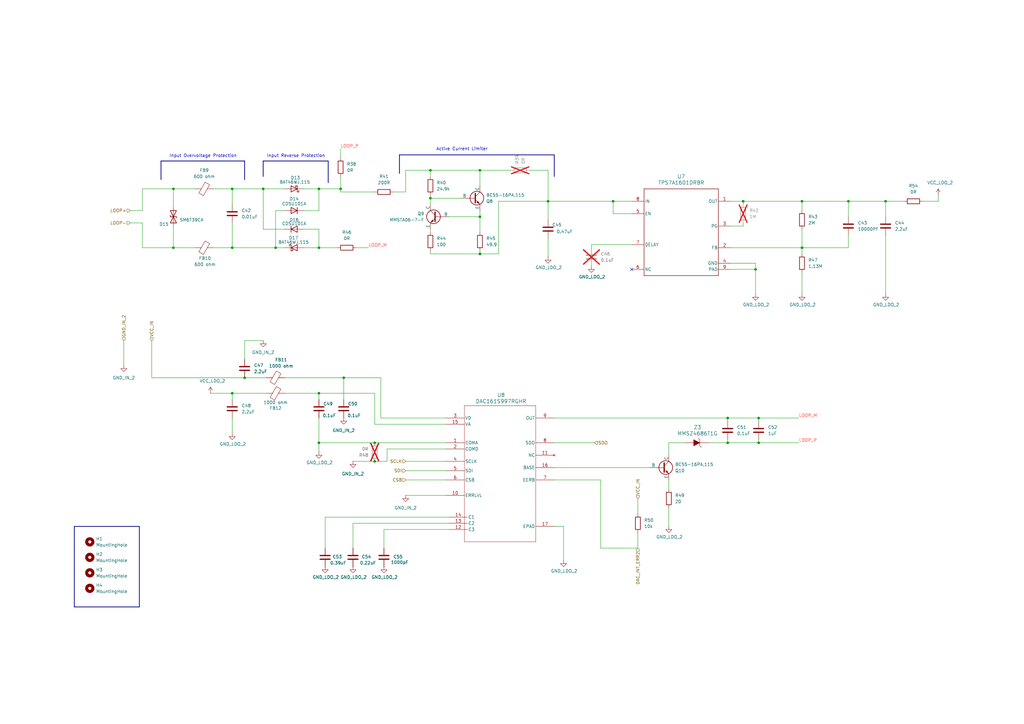
<source format=kicad_sch>
(kicad_sch (version 20231120) (generator "eeschema") (generator_version "8.0")
  (paper "A3")
  (lib_symbols
    (symbol "Device:C" (pin_numbers hide) (pin_names (offset 0.254))
      (property "Reference" "C" (at 0.635 2.54 0))
      (property "Value" "C" (at 0.635 -2.54 0))
      (symbol "C_0_1"
        (polyline (pts (xy -2.032 -0.762) (xy 2.032 -0.762)) (stroke (width 0.508)))
        (polyline (pts (xy -2.032 0.762) (xy 2.032 0.762)) (stroke (width 0.508)))
      )
      (symbol "C_1_1"
        (pin passive line (at 0 3.81 270) (length 2.794) (name "~") (number "1"))
        (pin passive line (at 0 -3.81 90) (length 2.794) (name "~") (number "2"))
      )
    )
    (symbol "Device:FerriteBead" (pin_numbers hide) (pin_names (offset 0))
      (property "Reference" "FB" (at -3.81 0.635 90))
      (property "Value" "FerriteBead" (at 3.81 0 90))
      (symbol "FerriteBead_0_1"
        (polyline (pts (xy 0 -1.27) (xy 0 -1.2192)))
        (polyline (pts (xy 0 1.27) (xy 0 1.2954)))
        (polyline (pts (xy -2.7686 0.4064) (xy -1.7018 2.2606) (xy 2.7686 -0.3048) (xy 1.6764 -2.159) (xy -2.7686 0.4064)))
      )
      (symbol "FerriteBead_1_1"
        (pin passive line (at 0 3.81 270) (length 2.54) (name "~") (number "1"))
        (pin passive line (at 0 -3.81 90) (length 2.54) (name "~") (number "2"))
      )
    )
    (symbol "Device:R" (pin_numbers hide) (pin_names (offset 0))
      (property "Reference" "R" (at 2.032 0 90))
      (property "Value" "R" (at 0 0 90))
      (symbol "R_0_1"
        (rectangle (start -1.016 -2.54) (end 1.016 2.54) (stroke (width 0.254)))
      )
      (symbol "R_1_1"
        (pin passive line (at 0 3.81 270) (length 1.27) (name "~") (number "1"))
        (pin passive line (at 0 -3.81 90) (length 1.27) (name "~") (number "2"))
      )
    )
    (symbol "Diode:1N630xCA" (pin_numbers hide) (pin_names (offset 1.016) hide)
      (property "Reference" "D" (at 0 2.54 0))
      (property "Value" "1N630xCA" (at 0 -2.54 0))
      (symbol "1N630xCA_0_1"
        (polyline (pts (xy 1.27 0) (xy -1.27 0)))
        (polyline (pts (xy -2.54 -1.27) (xy 0 0) (xy -2.54 1.27) (xy -2.54 -1.27)) (stroke (width 0.254)))
        (polyline (pts (xy 0.508 1.27) (xy 0 1.27) (xy 0 -1.27) (xy -0.508 -1.27)) (stroke (width 0.254)))
        (polyline (pts (xy 2.54 1.27) (xy 2.54 -1.27) (xy 0 0) (xy 2.54 1.27)) (stroke (width 0.254)))
      )
      (symbol "1N630xCA_1_1"
        (pin passive line (at -3.81 0 0) (length 2.54) (name "A1") (number "1"))
        (pin passive line (at 3.81 0 180) (length 2.54) (name "A2") (number "2"))
      )
    )
    (symbol "Diode:S2JTR" (pin_numbers hide) (pin_names hide)
      (property "Reference" "D" (at 0 2.54 0))
      (property "Value" "S2JTR" (at 0 -2.54 0))
      (symbol "S2JTR_0_1"
        (polyline (pts (xy -1.27 1.27) (xy -1.27 -1.27)) (stroke (width 0.254)))
        (polyline (pts (xy 1.27 0) (xy -1.27 0)))
        (polyline (pts (xy 1.27 1.27) (xy 1.27 -1.27) (xy -1.27 0) (xy 1.27 1.27)) (stroke (width 0.254)))
      )
      (symbol "S2JTR_1_1"
        (pin passive line (at -3.81 0 0) (length 2.54) (name "K") (number "1"))
        (pin passive line (at 3.81 0 180) (length 2.54) (name "A") (number "2"))
      )
    )
    (symbol "Diode:SB120" (pin_numbers hide) (pin_names (offset 1.016) hide)
      (property "Reference" "D" (at 0 2.54 0))
      (property "Value" "SB120" (at 0 -2.54 0))
      (symbol "SB120_0_1"
        (polyline (pts (xy 1.27 0) (xy -1.27 0)))
        (polyline (pts (xy 1.27 1.27) (xy 1.27 -1.27) (xy -1.27 0) (xy 1.27 1.27)) (stroke (width 0.254)))
        (polyline (pts (xy -1.905 0.635) (xy -1.905 1.27) (xy -1.27 1.27) (xy -1.27 -1.27) (xy -0.635 -1.27) (xy -0.635 -0.635)) (stroke (width 0.254)))
      )
      (symbol "SB120_1_1"
        (pin passive line (at -3.81 0 0) (length 2.54) (name "K") (number "1"))
        (pin passive line (at 3.81 0 180) (length 2.54) (name "A") (number "2"))
      )
    )
    (symbol "Mechanical:MountingHole" (pin_names (offset 1.016)) (exclude_from_sim yes) (in_bom no)
      (property "Reference" "H" (at 0 5.08 0))
      (property "Value" "MountingHole" (at 0 3.175 0))
      (symbol "MountingHole_0_1"
        (circle (center 0 0) (radius 1.27) (stroke (width 1.27)))
      )
    )
    (symbol "Simulation_SPICE:NPN" (pin_numbers hide) (pin_names (offset 0))
      (property "Reference" "Q" (at -2.54 7.62 0))
      (property "Value" "NPN" (at -2.54 5.08 0))
      (symbol "NPN_0_1"
        (polyline (pts (xy -2.54 0) (xy 0.635 0)) (stroke (width 0.1524)))
        (polyline (pts (xy 0.635 0.635) (xy 2.54 2.54)))
        (polyline (pts (xy 2.794 -1.27) (xy 2.794 -1.27)) (stroke (width 0.1524)))
        (polyline (pts (xy 2.794 -1.27) (xy 2.794 -1.27)) (stroke (width 0.1524)))
        (polyline (pts (xy 0.635 -0.635) (xy 2.54 -2.54) (xy 2.54 -2.54)))
        (polyline (pts (xy 0.635 1.905) (xy 0.635 -1.905) (xy 0.635 -1.905)) (stroke (width 0.508)))
        (polyline (pts (xy 1.27 -1.778) (xy 1.778 -1.27) (xy 2.286 -2.286) (xy 1.27 -1.778) (xy 1.27 -1.778)) (fill (type outline)))
        (circle (center 1.27 0) (radius 2.8194) (stroke (width 0.254)))
      )
      (symbol "NPN_1_1"
        (pin open_collector line (at 2.54 5.08 270) (length 2.54) (name "C") (number "1"))
        (pin input line (at -5.08 0 0) (length 2.54) (name "B") (number "2"))
        (pin open_emitter line (at 2.54 -5.08 90) (length 2.54) (name "E") (number "3"))
      )
    )
    (symbol "TSP7A1601DRBR:TPS7A1601DRBR" (pin_names (offset 0.254))
      (property "Reference" "U2" (at 0 22.86 0))
      (property "Value" "TPS7A1601DRBR" (at 0 20.32 0))
      (symbol "TPS7A1601DRBR_0_1"
        (polyline (pts (xy -15.24 -17.78) (xy 15.24 -17.78)) (stroke (width 0.2032)))
        (polyline (pts (xy -15.24 17.78) (xy -15.24 -17.78)) (stroke (width 0.2032)))
        (polyline (pts (xy 15.24 -17.78) (xy 15.24 17.78)) (stroke (width 0.2032)))
        (polyline (pts (xy 15.24 17.78) (xy -15.24 17.78)) (stroke (width 0.2032)))
        (pin power_in line (at 20.32 12.7 180) (length 5.08) (name "OUT") (number "1"))
        (pin input line (at 20.32 -6.35 180) (length 5.08) (name "FB") (number "2"))
        (pin open_collector line (at 20.32 2.54 180) (length 5.08) (name "PG") (number "3"))
        (pin power_in line (at 20.32 -12.7 180) (length 5.08) (name "GND") (number "4"))
        (pin input line (at -20.32 7.62 0) (length 5.08) (name "EN") (number "5"))
        (pin unspecified line (at -20.32 -15.24 0) (length 5.08) (name "NC") (number "6"))
        (pin output line (at -20.32 -5.08 0) (length 5.08) (name "DELAY") (number "7"))
        (pin power_in line (at -20.32 12.7 0) (length 5.08) (name "IN") (number "8"))
        (pin unspecified line (at 20.32 -15.24 180) (length 5.08) (name "PAD") (number "9"))
      )
    )
    (symbol "dac161s997rghr:DAC161S997RGHR" (pin_names (offset 0.254))
      (property "Reference" "U1" (at 33.02 10.16 0))
      (property "Value" "DAC161S997RGHR" (at 33.02 7.62 0))
      (symbol "DAC161S997RGHR_0_1"
        (polyline (pts (xy 7.62 -50.8) (xy 36.83 -50.8)) (stroke (width 0.127)))
        (polyline (pts (xy 7.62 5.08) (xy 7.62 -50.8)) (stroke (width 0.127)))
        (polyline (pts (xy 36.83 -50.8) (xy 36.83 5.08)) (stroke (width 0.127)))
        (polyline (pts (xy 36.83 5.08) (xy 7.62 5.08)) (stroke (width 0.127)))
        (pin power_in line (at 0 -10.16 0) (length 7.62) (name "COMA") (number "1"))
        (pin input line (at 0 -31.75 0) (length 7.62) (name "ERRLVL") (number "10"))
        (pin no_connect line (at 44.45 -15.24 180) (length 7.62) (name "NC") (number "11"))
        (pin unspecified line (at 1.27 -45.72 0) (length 7.62) (name "C3") (number "12"))
        (pin unspecified line (at 1.27 -43.18 0) (length 7.62) (name "C2") (number "13"))
        (pin unspecified line (at 1.27 -40.64 0) (length 7.62) (name "C1") (number "14"))
        (pin power_in line (at 0 -2.54 0) (length 7.62) (name "VA") (number "15"))
        (pin unspecified line (at 44.45 -20.32 180) (length 7.62) (name "BASE") (number "16"))
        (pin unspecified line (at 44.45 -44.45 180) (length 7.62) (name "EPAD") (number "17"))
        (pin power_in line (at 0 -12.7 0) (length 7.62) (name "COMD") (number "2"))
        (pin power_in line (at 0 0 0) (length 7.62) (name "VD") (number "3"))
        (pin input line (at 0 -17.78 0) (length 7.62) (name "SCLK") (number "4"))
        (pin input line (at 0 -21.59 0) (length 7.62) (name "SDI") (number "5"))
        (pin input line (at 0 -25.4 0) (length 7.62) (name "CSB") (number "6"))
        (pin output line (at 44.45 -25.4 180) (length 7.62) (name "EERB") (number "7"))
        (pin output line (at 44.45 -10.16 180) (length 7.62) (name "SDO") (number "8"))
        (pin output line (at 44.45 0 180) (length 7.62) (name "OUT") (number "9"))
      )
    )
    (symbol "dk_Diodes-Zener-Single:MMSZ5231B-7-F" (pin_numbers hide) (pin_names (offset 0) hide)
      (property "Reference" "Z" (at 0 3.81 0))
      (property "Value" "MMSZ5231B-7-F" (at 0 -3.81 0))
      (symbol "MMSZ5231B-7-F_0_1"
        (polyline (pts (xy 1.27 -1.27) (xy 1.905 -1.905)))
        (polyline (pts (xy 1.27 1.27) (xy 0.635 1.905)))
        (polyline (pts (xy 1.27 1.27) (xy 1.27 -1.27)))
        (polyline (pts (xy -1.27 1.27) (xy -1.27 -1.27) (xy 1.27 0) (xy -1.27 1.27)) (fill (type outline)))
      )
      (symbol "MMSZ5231B-7-F_1_1"
        (pin passive line (at -5.08 0 0) (length 3.81) (name "~") (number "A"))
        (pin passive line (at 5.08 0 180) (length 3.81) (name "~") (number "K"))
      )
    )
    (symbol "power:GND" (power) (pin_numbers hide) (pin_names (offset 0) hide)
      (property "Value" "GND" (at 0 -3.81 0))
      (symbol "GND_0_1"
        (polyline (pts (xy 0 0) (xy 0 -1.27) (xy 1.27 -1.27) (xy 0 -2.54) (xy -1.27 -1.27) (xy 0 -1.27)))
      )
      (symbol "GND_1_1"
        (pin power_in line (at 0 0 270) (length 0) (name "~") (number "1"))
      )
    )
    (symbol "power:VCC" (power) (pin_numbers hide) (pin_names (offset 0) hide)
      (property "Value" "VCC" (at 0 3.556 0))
      (symbol "VCC_0_1"
        (polyline (pts (xy -0.762 1.27) (xy 0 2.54)))
        (polyline (pts (xy 0 0) (xy 0 2.54)))
        (polyline (pts (xy 0 2.54) (xy 0.762 1.27)))
      )
      (symbol "VCC_1_1"
        (pin power_in line (at 0 0 90) (length 0) (name "~") (number "1"))
      )
    )
  )
  (junction (at 196.85 88.9))
  (junction (at 100.33 154.94))
  (junction (at 95.25 101.6))
  (junction (at 95.25 161.29))
  (junction (at 107.95 77.47))
  (junction (at 328.93 101.6))
  (junction (at 311.15 171.45))
  (junction (at 139.7 77.47))
  (junction (at 153.67 189.23))
  (junction (at 71.12 101.6))
  (junction (at 309.88 110.49))
  (junction (at 304.8 82.55))
  (junction (at 130.81 181.61))
  (junction (at 130.81 161.29))
  (junction (at 298.45 181.61))
  (junction (at 347.98 82.55))
  (junction (at 328.93 82.55))
  (junction (at 140.97 154.94))
  (junction (at 176.53 69.85))
  (junction (at 224.79 82.55))
  (junction (at 196.85 104.14))
  (junction (at 130.81 101.6))
  (junction (at 130.81 77.47))
  (junction (at 71.12 77.47))
  (junction (at 176.53 81.28))
  (junction (at 196.85 69.85))
  (junction (at 95.25 77.47))
  (junction (at 311.15 181.61))
  (junction (at 363.22 82.55))
  (junction (at 153.67 181.61))
  (junction (at 251.46 82.55))
  (junction (at 113.03 101.6))
  (junction (at 298.45 171.45))
  (no_connect (at 259.08 110.49))
  (wire (pts (xy 53.34 91.44) (xy 58.42 91.44)))
  (wire (pts (xy 299.72 110.49) (xy 309.88 110.49)))
  (wire (pts (xy 176.53 69.85) (xy 176.53 72.39)))
  (wire (pts (xy 347.98 82.55) (xy 363.22 82.55)))
  (wire (pts (xy 176.53 104.14) (xy 196.85 104.14)))
  (wire (pts (xy 246.38 196.85) (xy 246.38 224.79)))
  (wire (pts (xy 298.45 171.45) (xy 298.45 172.72)))
  (wire (pts (xy 62.23 139.7) (xy 62.23 154.94)))
  (wire (pts (xy 261.62 218.44) (xy 261.62 224.79)))
  (wire (pts (xy 53.34 86.36) (xy 58.42 86.36)))
  (wire (pts (xy 166.37 203.2) (xy 182.88 203.2)))
  (wire (pts (xy 124.46 77.47) (xy 130.81 77.47)))
  (wire (pts (xy 384.81 80.01) (xy 384.81 82.55)))
  (wire (pts (xy 86.36 161.29) (xy 95.25 161.29)))
  (wire (pts (xy 227.33 171.45) (xy 298.45 171.45)))
  (wire (pts (xy 130.81 101.6) (xy 138.43 101.6)))
  (wire (pts (xy 184.15 214.63) (xy 144.78 214.63)))
  (wire (pts (xy 95.25 77.47) (xy 87.63 77.47)))
  (wire (pts (xy 58.42 101.6) (xy 58.42 91.44)))
  (wire (pts (xy 107.95 77.47) (xy 116.84 77.47)))
  (wire (pts (xy 130.81 161.29) (xy 130.81 163.83)))
  (wire (pts (xy 274.32 208.28) (xy 274.32 215.9)))
  (wire (pts (xy 363.22 88.9) (xy 363.22 82.55)))
  (wire (pts (xy 224.79 69.85) (xy 224.79 82.55)))
  (wire (pts (xy 151.13 101.6) (xy 146.05 101.6)))
  (wire (pts (xy 153.67 161.29) (xy 130.81 161.29)))
  (bus (pts (xy 30.48 215.9) (xy 30.48 248.92)))
  (wire (pts (xy 347.98 88.9) (xy 347.98 82.55)))
  (wire (pts (xy 311.15 171.45) (xy 327.66 171.45)))
  (wire (pts (xy 274.32 186.69) (xy 274.32 181.61)))
  (wire (pts (xy 184.15 217.17) (xy 157.48 217.17)))
  (wire (pts (xy 224.79 97.79) (xy 224.79 105.41)))
  (wire (pts (xy 130.81 93.98) (xy 130.81 101.6)))
  (wire (pts (xy 299.72 101.6) (xy 328.93 101.6)))
  (wire (pts (xy 246.38 224.79) (xy 261.62 224.79)))
  (wire (pts (xy 304.8 92.71) (xy 304.8 91.44)))
  (wire (pts (xy 217.17 69.85) (xy 224.79 69.85)))
  (wire (pts (xy 130.81 185.42) (xy 130.81 181.61)))
  (wire (pts (xy 274.32 181.61) (xy 280.67 181.61)))
  (wire (pts (xy 176.53 93.98) (xy 176.53 95.25)))
  (wire (pts (xy 130.81 181.61) (xy 130.81 171.45)))
  (wire (pts (xy 231.14 215.9) (xy 231.14 229.87)))
  (wire (pts (xy 144.78 189.23) (xy 153.67 189.23)))
  (wire (pts (xy 363.22 96.52) (xy 363.22 120.65)))
  (wire (pts (xy 196.85 88.9) (xy 196.85 95.25)))
  (wire (pts (xy 116.84 154.94) (xy 140.97 154.94)))
  (wire (pts (xy 243.84 181.61) (xy 227.33 181.61)))
  (wire (pts (xy 124.46 93.98) (xy 130.81 93.98)))
  (wire (pts (xy 153.67 173.99) (xy 153.67 161.29)))
  (wire (pts (xy 309.88 107.95) (xy 309.88 110.49)))
  (wire (pts (xy 153.67 181.61) (xy 182.88 181.61)))
  (wire (pts (xy 290.83 181.61) (xy 298.45 181.61)))
  (wire (pts (xy 130.81 77.47) (xy 130.81 86.36)))
  (wire (pts (xy 311.15 181.61) (xy 327.66 181.61)))
  (wire (pts (xy 261.62 204.47) (xy 261.62 210.82)))
  (bus (pts (xy 134.62 66.04) (xy 107.95 66.04)))
  (wire (pts (xy 158.75 189.23) (xy 158.75 184.15)))
  (wire (pts (xy 299.72 82.55) (xy 304.8 82.55)))
  (bus (pts (xy 66.04 66.04) (xy 66.04 73.66)))
  (wire (pts (xy 242.57 100.33) (xy 242.57 101.6)))
  (wire (pts (xy 259.08 87.63) (xy 251.46 87.63)))
  (wire (pts (xy 251.46 87.63) (xy 251.46 82.55)))
  (wire (pts (xy 298.45 180.34) (xy 298.45 181.61)))
  (wire (pts (xy 139.7 72.39) (xy 139.7 77.47)))
  (bus (pts (xy 100.33 73.66) (xy 100.33 66.04)))
  (wire (pts (xy 196.85 86.36) (xy 196.85 88.9)))
  (wire (pts (xy 130.81 77.47) (xy 139.7 77.47)))
  (bus (pts (xy 30.48 248.92) (xy 57.15 248.92)))
  (wire (pts (xy 176.53 80.01) (xy 176.53 81.28)))
  (wire (pts (xy 166.37 196.85) (xy 182.88 196.85)))
  (wire (pts (xy 184.15 88.9) (xy 196.85 88.9)))
  (wire (pts (xy 196.85 104.14) (xy 196.85 102.87)))
  (wire (pts (xy 274.32 196.85) (xy 274.32 200.66)))
  (wire (pts (xy 95.25 77.47) (xy 107.95 77.47)))
  (wire (pts (xy 139.7 60.96) (xy 139.7 64.77)))
  (wire (pts (xy 139.7 78.74) (xy 153.67 78.74)))
  (wire (pts (xy 107.95 139.7) (xy 100.33 139.7)))
  (bus (pts (xy 227.33 72.39) (xy 227.33 63.5)))
  (wire (pts (xy 204.47 82.55) (xy 224.79 82.55)))
  (wire (pts (xy 363.22 82.55) (xy 370.84 82.55)))
  (wire (pts (xy 157.48 217.17) (xy 157.48 224.79)))
  (wire (pts (xy 224.79 82.55) (xy 224.79 90.17)))
  (wire (pts (xy 80.01 77.47) (xy 71.12 77.47)))
  (wire (pts (xy 251.46 82.55) (xy 259.08 82.55)))
  (wire (pts (xy 166.37 69.85) (xy 166.37 78.74)))
  (wire (pts (xy 144.78 214.63) (xy 144.78 224.79)))
  (wire (pts (xy 58.42 77.47) (xy 58.42 86.36)))
  (wire (pts (xy 328.93 86.36) (xy 328.93 82.55)))
  (wire (pts (xy 71.12 77.47) (xy 58.42 77.47)))
  (wire (pts (xy 166.37 189.23) (xy 182.88 189.23)))
  (wire (pts (xy 378.46 82.55) (xy 384.81 82.55)))
  (wire (pts (xy 299.72 92.71) (xy 304.8 92.71)))
  (wire (pts (xy 95.25 161.29) (xy 109.22 161.29)))
  (wire (pts (xy 299.72 107.95) (xy 309.88 107.95)))
  (wire (pts (xy 156.21 154.94) (xy 156.21 171.45)))
  (wire (pts (xy 227.33 191.77) (xy 266.7 191.77)))
  (wire (pts (xy 116.84 161.29) (xy 130.81 161.29)))
  (wire (pts (xy 116.84 86.36) (xy 113.03 86.36)))
  (wire (pts (xy 309.88 110.49) (xy 309.88 120.65)))
  (bus (pts (xy 134.62 74.93) (xy 134.62 66.04)))
  (wire (pts (xy 328.93 82.55) (xy 347.98 82.55)))
  (wire (pts (xy 153.67 189.23) (xy 158.75 189.23)))
  (wire (pts (xy 196.85 76.2) (xy 196.85 69.85)))
  (wire (pts (xy 328.93 101.6) (xy 328.93 104.14)))
  (wire (pts (xy 166.37 78.74) (xy 161.29 78.74)))
  (wire (pts (xy 158.75 184.15) (xy 182.88 184.15)))
  (wire (pts (xy 130.81 181.61) (xy 153.67 181.61)))
  (wire (pts (xy 328.93 111.76) (xy 328.93 120.65)))
  (wire (pts (xy 328.93 82.55) (xy 304.8 82.55)))
  (wire (pts (xy 196.85 69.85) (xy 209.55 69.85)))
  (wire (pts (xy 176.53 81.28) (xy 189.23 81.28)))
  (wire (pts (xy 304.8 82.55) (xy 304.8 83.82)))
  (wire (pts (xy 140.97 154.94) (xy 140.97 163.83)))
  (wire (pts (xy 133.35 212.09) (xy 133.35 224.79)))
  (wire (pts (xy 100.33 139.7) (xy 100.33 147.32)))
  (wire (pts (xy 298.45 171.45) (xy 311.15 171.45)))
  (wire (pts (xy 182.88 173.99) (xy 153.67 173.99)))
  (wire (pts (xy 176.53 81.28) (xy 176.53 83.82)))
  (wire (pts (xy 113.03 86.36) (xy 113.03 101.6)))
  (wire (pts (xy 113.03 101.6) (xy 116.84 101.6)))
  (bus (pts (xy 57.15 215.9) (xy 30.48 215.9)))
  (wire (pts (xy 204.47 104.14) (xy 204.47 82.55)))
  (bus (pts (xy 163.83 63.5) (xy 163.83 71.12)))
  (wire (pts (xy 140.97 154.94) (xy 156.21 154.94)))
  (wire (pts (xy 184.15 212.09) (xy 133.35 212.09)))
  (wire (pts (xy 124.46 86.36) (xy 130.81 86.36)))
  (wire (pts (xy 95.25 101.6) (xy 95.25 91.44)))
  (wire (pts (xy 166.37 193.04) (xy 182.88 193.04)))
  (wire (pts (xy 71.12 77.47) (xy 71.12 85.09)))
  (wire (pts (xy 95.25 171.45) (xy 95.25 177.8)))
  (wire (pts (xy 311.15 171.45) (xy 311.15 172.72)))
  (wire (pts (xy 107.95 93.98) (xy 107.95 77.47)))
  (wire (pts (xy 100.33 154.94) (xy 109.22 154.94)))
  (wire (pts (xy 87.63 101.6) (xy 95.25 101.6)))
  (wire (pts (xy 95.25 161.29) (xy 95.25 163.83)))
  (wire (pts (xy 71.12 101.6) (xy 58.42 101.6)))
  (wire (pts (xy 139.7 78.74) (xy 139.7 77.47)))
  (wire (pts (xy 116.84 93.98) (xy 107.95 93.98)))
  (bus (pts (xy 163.83 63.5) (xy 227.33 63.5)))
  (wire (pts (xy 196.85 104.14) (xy 204.47 104.14)))
  (wire (pts (xy 242.57 100.33) (xy 259.08 100.33)))
  (wire (pts (xy 156.21 171.45) (xy 182.88 171.45)))
  (wire (pts (xy 224.79 82.55) (xy 251.46 82.55)))
  (wire (pts (xy 62.23 154.94) (xy 100.33 154.94)))
  (wire (pts (xy 166.37 69.85) (xy 176.53 69.85)))
  (wire (pts (xy 71.12 101.6) (xy 80.01 101.6)))
  (bus (pts (xy 107.95 66.04) (xy 107.95 72.39)))
  (wire (pts (xy 298.45 181.61) (xy 311.15 181.61)))
  (wire (pts (xy 311.15 181.61) (xy 311.15 180.34)))
  (wire (pts (xy 347.98 96.52) (xy 347.98 101.6)))
  (bus (pts (xy 57.15 215.9) (xy 57.15 248.92)))
  (wire (pts (xy 227.33 215.9) (xy 231.14 215.9)))
  (bus (pts (xy 100.33 66.04) (xy 66.04 66.04)))
  (wire (pts (xy 130.81 101.6) (xy 124.46 101.6)))
  (wire (pts (xy 227.33 196.85) (xy 246.38 196.85)))
  (wire (pts (xy 95.25 101.6) (xy 113.03 101.6)))
  (wire (pts (xy 71.12 92.71) (xy 71.12 101.6)))
  (wire (pts (xy 347.98 101.6) (xy 328.93 101.6)))
  (wire (pts (xy 50.8 139.7) (xy 50.8 149.86)))
  (wire (pts (xy 176.53 102.87) (xy 176.53 104.14)))
  (wire (pts (xy 176.53 69.85) (xy 196.85 69.85)))
  (wire (pts (xy 95.25 83.82) (xy 95.25 77.47)))
  (wire (pts (xy 328.93 93.98) (xy 328.93 101.6)))
  (text "Input Overvoltage Protection" (at 83.312 64.008 0) (effects (font (size 1.27 1.27))))
  (text "Input Reverse Protection" (at 121.412 64.008 0) (effects (font (size 1.27 1.27))))
  (text "Active Current Limiter" (at 189.484 61.214 0) (effects (font (size 1.27 1.27))))
  (label "LOOP_P" (at 139.7 60.96 0))
  (label "LOOP_P" (at 327.66 181.61 0))
  (label "LOOP_M" (at 151.13 101.6 0))
  (label "LOOP_M" (at 327.66 171.45 0))
  (hierarchical_label "LOOP-" (shape input) (at 53.34 91.44 180))
  (hierarchical_label "SDI" (shape input) (at 166.37 193.04 180))
  (hierarchical_label "SDO" (shape input) (at 243.84 181.61 0))
  (hierarchical_label "LOOP+" (shape input) (at 53.34 86.36 180))
  (hierarchical_label "CSB" (shape input) (at 166.37 196.85 180))
  (hierarchical_label "DAC_INT_ERR2" (shape input) (at 261.62 224.79 270))
  (hierarchical_label "SCLK" (shape input) (at 166.37 189.23 180))
  (hierarchical_label "GND_IN_2" (shape input) (at 50.8 139.7 90))
  (hierarchical_label "VCC_IN" (shape input) (at 62.23 139.7 90))
  (hierarchical_label "VCC_IN" (shape input) (at 261.62 204.47 90))
  (symbol (lib_id "Device:C") (at 298.45 176.53 0) (unit 1)
    (property "Reference" "C51" (at 302.26 175.2599 0) (effects (justify left)))
    (property "Value" "0.1uF" (at 302.26 177.7999 0) (effects (justify left)))
    (property "Footprint" "Capacitor_SMD:C_1206_3216Metric" (effects (hide yes)))
    (property "Description" "CAP CER 0.1UF 100V X7R 1206" (effects (hide yes)))
    (property "DIGIKEY" "478-KGM31DR72A104JUTR-ND" (effects (hide yes)))
    (property "DigiKey" "478-KGM31DR72A104JUTR-ND" (effects (hide yes)))
  )
  (symbol (lib_id "Device:R") (at 176.53 76.2 180) (unit 1)
    (property "Reference" "R40" (at 179.07 74.9299 0) (effects (justify right)))
    (property "Value" "24.9k" (at 179.07 77.4699 0) (effects (justify right)))
    (property "Footprint" "Resistor_SMD:R_0603_1608Metric" (effects (hide yes)))
    (property "Description" "RES 24.9K OHM 1% 1/10W 0603" (effects (hide yes)))
    (property "DIGIKEY" "541-4028-2-ND" (effects (hide yes)))
    (property "DigiKey" "541-4028-2-ND" (effects (hide yes)))
  )
  (symbol (lib_id "Diode:S2JTR") (at 120.65 86.36 180) (unit 1)
    (property "Reference" "D14" (at 120.65 81.534 0))
    (property "Value" "CDSU101A" (at 120.65 83.566 0))
    (property "Footprint" "footprints:LED_CDSU101A" (effects (hide yes)))
    (property "Description" "DIODE GEN PURP 80V 100MA 0603" (effects (hide yes)))
    (property "DIGIKEY" "  641-1002-2-ND" (effects (hide yes)))
    (property "DigiKey" "  641-1002-2-ND" (effects (hide yes)))
  )
  (symbol (lib_id "power:VCC") (at 384.81 80.01 0) (unit 1)
    (property "Reference" "#PWR073" (effects (hide yes)))
    (property "Value" "VCC_LDO_2" (at 385.572 74.93 0))
    (property "Description" "Power symbol creates a global label with name \"VCC\"" (effects (hide yes)))
  )
  (symbol (lib_id "dac161s997rghr:DAC161S997RGHR") (at 182.88 171.45 0) (unit 1)
    (property "Reference" "U8" (at 205.486 162.052 0) (effects (font (size 1.524 1.524))))
    (property "Value" "DAC161S997RGHR" (at 205.486 164.592 0) (effects (font (size 1.524 1.524))))
    (property "Footprint" "footprints:RGH16_TEX" (effects (hide yes)))
    (property "Datasheet" "DAC161S997RGHR" (effects (hide yes)))
    (property "Description" "DAC 16 b SPI 16-WQFN (4x4)" (effects (hide yes)))
    (property "DIGIKEY" "  296-40022-2-ND " (effects (hide yes)))
    (property "DigiKey" "  296-40022-2-ND " (effects (hide yes)))
  )
  (symbol (lib_id "Device:R") (at 304.8 87.63 0) (unit 1) (dnp yes)
    (property "Reference" "R42" (at 307.34 86.3599 0) (effects (justify left)))
    (property "Value" "1M" (at 307.34 88.8999 0) (effects (justify left)))
    (property "Footprint" "Resistor_SMD:R_0402_1005Metric" (effects (hide yes)))
    (property "Description" "RES SMD 1M OHM 5% 1/16W 0402" (effects (hide yes)))
    (property "DIGIKEY" "541-4119-2-ND" (effects (hide yes)))
    (property "DigiKey" "541-4119-2-ND" (effects (hide yes)))
  )
  (symbol (lib_id "Device:R") (at 328.93 90.17 0) (unit 1)
    (property "Reference" "R43" (at 331.47 88.8999 0) (effects (justify left)))
    (property "Value" "2M" (at 331.47 91.4399 0) (effects (justify left)))
    (property "Footprint" "Resistor_SMD:R_0402_1005Metric" (effects (hide yes)))
    (property "Description" "RES 2M OHM 1% 1/16W 0402" (effects (hide yes)))
    (property "DIGIKEY" "541-4066-2-ND" (effects (hide yes)))
    (property "DigiKey" "541-4066-2-ND" (effects (hide yes)))
  )
  (symbol (lib_id "Device:C") (at 95.25 87.63 0) (unit 1)
    (property "Reference" "C42" (at 99.06 86.3599 0) (effects (justify left)))
    (property "Value" "0.01uF" (at 99.06 88.8999 0) (effects (justify left)))
    (property "Footprint" "Capacitor_SMD:C_0603_1608Metric" (effects (hide yes)))
    (property "Description" "Unpolarized capacitor" (effects (hide yes)))
    (property "DIGIKEY" "  445-1304-2-ND" (effects (hide yes)))
    (property "DigiKey" "  445-1304-2-ND" (effects (hide yes)))
  )
  (symbol (lib_id "power:VCC") (at 86.36 161.29 0) (unit 1)
    (property "Reference" "#PWR081" (effects (hide yes)))
    (property "Value" "VCC_LDO_2" (at 87.122 156.21 0))
    (property "Description" "Power symbol creates a global label with name \"VCC\"" (effects (hide yes)))
  )
  (symbol (lib_id "Device:R") (at 261.62 214.63 0) (unit 1)
    (property "Reference" "R50" (at 264.16 213.3599 0) (effects (justify left)))
    (property "Value" "10k" (at 264.16 215.8999 0) (effects (justify left)))
    (property "Footprint" "Resistor_SMD:R_0402_1005Metric" (effects (hide yes)))
    (property "Description" "RES 10K OHM 5% 1/16W 0402" (effects (hide yes)))
    (property "DIGIKEY" "311-10KJRTR-ND " (effects (hide yes)))
    (property "DigiKey" "311-10KJRTR-ND " (effects (hide yes)))
  )
  (symbol (lib_id "Device:C") (at 130.81 167.64 0) (unit 1)
    (property "Reference" "C49" (at 132.588 165.608 0) (effects (justify left)))
    (property "Value" "0.1uF" (at 132.334 170.434 0) (effects (justify left)))
    (property "Footprint" "Capacitor_SMD:C_0402_1005Metric" (effects (hide yes)))
    (property "Description" "CAP CER 0.1UF 6.3V X5R 0402" (effects (hide yes)))
    (property "DIGIKEY" "445-1266-2-ND" (effects (hide yes)))
    (property "DigiKey" "445-1266-2-ND" (effects (hide yes)))
  )
  (symbol (lib_id "Device:R") (at 374.65 82.55 90) (unit 1)
    (property "Reference" "R54" (at 374.65 76.2 90))
    (property "Value" "0R" (at 374.65 78.74 90))
    (property "Footprint" "Resistor_SMD:R_0603_1608Metric" (effects (hide yes)))
    (property "Description" "0 Ohms Jumper Chip Resistor 0603 (1608 Metric) Automotive AEC-Q200 Thick Film" (effects (hide yes)))
    (property "DIGIKEY" "541-0.0GTR-ND" (effects (hide yes)))
    (property "DigiKey" "541-0.0GTR-ND" (effects (hide yes)))
  )
  (symbol (lib_id "power:GND") (at 242.57 109.22 0) (unit 1)
    (property "Reference" "#PWR075" (effects (hide yes)))
    (property "Value" "GND_LDO_2" (at 242.824 113.538 0))
    (property "Description" "Power symbol creates a global label with name \"GND\" , ground" (effects (hide yes)))
  )
  (symbol (lib_id "Device:FerriteBead") (at 83.82 101.6 90) (unit 1)
    (property "Reference" "FB10" (at 84.074 105.918 90))
    (property "Value" "600 ohm" (at 84.074 108.458 90))
    (property "Footprint" "Resistor_SMD:R_1206_3216Metric" (effects (hide yes)))
    (property "Description" "Ferrite bead" (effects (hide yes)))
    (property "DIGIKEY" "  240-2405-2-ND" (effects (hide yes)))
    (property "DigiKey" "  240-2405-2-ND" (effects (hide yes)))
  )
  (symbol (lib_id "Device:C") (at 224.79 93.98 0) (mirror y) (unit 1)
    (property "Reference" "C45" (at 230.378 92.202 0) (effects (justify left)))
    (property "Value" "0.47uF" (at 234.95 94.996 0) (effects (justify left)))
    (property "Footprint" "Capacitor_SMD:C_0805_2012Metric" (effects (hide yes)))
    (property "Description" "CAP CER 0.47UF 100V X7R 0805" (effects (hide yes)))
    (property "DIGIKEY" "  490-3326-2-ND" (effects (hide yes)))
    (property "DigiKey" "  490-3326-2-ND" (effects (hide yes)))
  )
  (symbol (lib_id "power:GND") (at 157.48 232.41 0) (unit 1)
    (property "Reference" "#PWR091" (effects (hide yes)))
    (property "Value" "GND_LDO_2" (at 157.734 236.728 0))
    (property "Description" "Power symbol creates a global label with name \"GND\" , ground" (effects (hide yes)))
  )
  (symbol (lib_id "Device:R") (at 196.85 99.06 0) (unit 1)
    (property "Reference" "R45" (at 199.39 97.7899 0) (effects (justify left)))
    (property "Value" "49.9" (at 199.39 100.3299 0) (effects (justify left)))
    (property "Footprint" "Resistor_SMD:R_1206_3216Metric" (effects (hide yes)))
    (property "Description" "RES 49.9 OHM 1% 1/4W 1206" (effects (hide yes)))
    (property "DIGIKEY" "541-4185-2-ND" (effects (hide yes)))
    (property "DigiKey" "541-4185-2-ND" (effects (hide yes)))
  )
  (symbol (lib_id "power:GND") (at 231.14 229.87 0) (unit 1)
    (property "Reference" "#PWR088" (effects (hide yes)))
    (property "Value" "GND_LDO_2" (at 231.394 234.188 0))
    (property "Description" "Power symbol creates a global label with name \"GND\" , ground" (effects (hide yes)))
  )
  (symbol (lib_id "Diode:SB120") (at 120.65 77.47 180) (unit 1)
    (property "Reference" "D13" (at 121.158 72.898 0))
    (property "Value" "BAT46WJ,115" (at 120.904 74.676 0))
    (property "Footprint" "Diode_SMD:D_SOD-323F" (effects (hide yes)))
    (property "Description" "DIODE SCHOTT 100V 250MA SOD323F" (effects (hide yes)))
    (property "DIGIKEY" "  1727-4817-2-ND" (effects (hide yes)))
    (property "DigiKey" "  1727-4817-2-ND" (effects (hide yes)))
  )
  (symbol (lib_id "Mechanical:MountingHole") (at 36.83 228.6 0) (unit 1) (exclude_from_sim yes) (in_bom no)
    (property "Reference" "H2" (at 39.37 227.3299 0) (effects (justify left)))
    (property "Value" "MountingHole" (at 39.37 229.8699 0) (effects (justify left)))
    (property "Footprint" "MountingHole:MountingHole_3.2mm_M3_DIN965_Pad" (effects (hide yes)))
    (property "Description" "Mounting Hole without connection" (effects (hide yes)))
  )
  (symbol (lib_id "Device:C") (at 133.35 228.6 0) (unit 1)
    (property "Reference" "C53" (at 136.398 228.346 0) (effects (justify left)))
    (property "Value" "0.39uF" (at 135.382 230.886 0) (effects (justify left)))
    (property "Footprint" "Capacitor_SMD:C_0402_1005Metric" (effects (hide yes)))
    (property "Description" "CAP, CERM, 0.39 µF, 10 V, +/- 10%, X5R, 0402" (effects (hide yes)))
    (property "DIGIKEY" "  490-8253-2-ND" (effects (hide yes)))
    (property "DigiKey" "  490-8253-2-ND" (effects (hide yes)))
  )
  (symbol (lib_id "Device:C") (at 347.98 92.71 0) (unit 1)
    (property "Reference" "C43" (at 351.79 91.4399 0) (effects (justify left)))
    (property "Value" "10000PF" (at 351.79 93.9799 0) (effects (justify left)))
    (property "Footprint" "Capacitor_SMD:C_0402_1005Metric" (effects (hide yes)))
    (property "Description" "CAP CER 10000PF 10V X5R 0402" (effects (hide yes)))
    (property "DIGIKEY" "  490-6296-2-ND" (effects (hide yes)))
    (property "DigiKey" "  490-6296-2-ND" (effects (hide yes)))
  )
  (symbol (lib_id "Simulation_SPICE:NPN") (at 179.07 88.9 0) (mirror y) (unit 1)
    (property "Reference" "Q9" (at 173.99 87.6299 0) (effects (justify left)))
    (property "Value" "MMSTA06-7-F" (at 173.99 90.1699 0) (effects (justify left)))
    (property "Footprint" "digikey-footprints:SOT-323" (effects (hide yes)))
    (property "Description" "TRANS NPN 80V 0.5A SOT323" (effects (hide yes)))
    (property "DIGIKEY" "MMSTA06-FDITR-ND" (effects (hide yes)))
    (property "DigiKey" "MMSTA06-FDITR-ND" (effects (hide yes)))
  )
  (symbol (lib_id "Device:FerriteBead") (at 83.82 77.47 90) (unit 1)
    (property "Reference" "FB9" (at 83.7692 69.85 90))
    (property "Value" "600 ohm" (at 83.7692 72.39 90))
    (property "Footprint" "Resistor_SMD:R_1206_3216Metric" (effects (hide yes)))
    (property "Description" "Ferrite bead" (effects (hide yes)))
    (property "DIGIKEY" "  240-2405-2-ND" (effects (hide yes)))
    (property "DigiKey" "  240-2405-2-ND" (effects (hide yes)))
  )
  (symbol (lib_id "Device:C") (at 311.15 176.53 0) (unit 1)
    (property "Reference" "C52" (at 314.96 175.2599 0) (effects (justify left)))
    (property "Value" "1uF" (at 314.96 177.7999 0) (effects (justify left)))
    (property "Footprint" "Capacitor_SMD:C_1206_3216Metric" (effects (hide yes)))
    (property "Description" "CAP CER 1UF 100V X7R 1206" (effects (hide yes)))
    (property "DIGIKEY" "490-3909-2-ND" (effects (hide yes)))
    (property "DigiKey" "490-3909-2-ND" (effects (hide yes)))
  )
  (symbol (lib_id "power:GND") (at 363.22 120.65 0) (unit 1)
    (property "Reference" "#PWR078" (effects (hide yes)))
    (property "Value" "GND_LDO_2" (at 363.474 124.968 0))
    (property "Description" "Power symbol creates a global label with name \"GND\" , ground" (effects (hide yes)))
  )
  (symbol (lib_id "Device:C") (at 100.33 151.13 0) (unit 1)
    (property "Reference" "C47" (at 104.14 149.8599 0) (effects (justify left)))
    (property "Value" "2.2uF" (at 104.14 152.3999 0) (effects (justify left)))
    (property "Footprint" "Capacitor_SMD:C_0402_1005Metric" (effects (hide yes)))
    (property "Description" "CAP CER 2.2UF 16V X5R 0402" (effects (hide yes)))
    (property "DIGIKEY" "445-9085-2-ND" (effects (hide yes)))
    (property "DigiKey" "445-9085-2-ND" (effects (hide yes)))
  )
  (symbol (lib_id "Device:FerriteBead") (at 113.03 154.94 90) (unit 1)
    (property "Reference" "FB11" (at 115.316 147.574 90))
    (property "Value" "1000 ohm" (at 115.316 150.114 90))
    (property "Footprint" "Resistor_SMD:R_0402_1005Metric" (effects (hide yes)))
    (property "Description" "FERRITE BEAD 1K OHM 0402 1LN" (effects (hide yes)))
    (property "DIGIKEY" "  490-3999-2-ND" (effects (hide yes)))
    (property "DigiKey" "  490-3999-2-ND" (effects (hide yes)))
  )
  (symbol (lib_id "power:GND") (at 166.37 203.2 0) (unit 1)
    (property "Reference" "#PWR086" (effects (hide yes)))
    (property "Value" "GND_IN_2" (at 166.37 208.28 0))
    (property "Description" "Power symbol creates a global label with name \"GND\" , ground" (effects (hide yes)))
  )
  (symbol (lib_id "power:GND") (at 309.88 120.65 0) (unit 1)
    (property "Reference" "#PWR076" (effects (hide yes)))
    (property "Value" "GND_LDO_2" (at 310.134 124.968 0))
    (property "Description" "Power symbol creates a global label with name \"GND\" , ground" (effects (hide yes)))
  )
  (symbol (lib_id "power:GND") (at 140.97 171.45 0) (unit 1)
    (property "Reference" "#PWR082" (effects (hide yes)))
    (property "Value" "GND_IN_2" (at 140.97 176.53 0))
    (property "Description" "Power symbol creates a global label with name \"GND\" , ground" (effects (hide yes)))
  )
  (symbol (lib_id "power:GND") (at 328.93 120.65 0) (unit 1)
    (property "Reference" "#PWR077" (effects (hide yes)))
    (property "Value" "GND_LDO_2" (at 329.184 124.968 0))
    (property "Description" "Power symbol creates a global label with name \"GND\" , ground" (effects (hide yes)))
  )
  (symbol (lib_id "Device:FerriteBead") (at 113.03 161.29 90) (unit 1)
    (property "Reference" "FB12" (at 113.03 167.386 90))
    (property "Value" "1000 ohm" (at 113.03 165.1 90))
    (property "Footprint" "Resistor_SMD:R_0402_1005Metric" (effects (hide yes)))
    (property "Description" "FERRITE BEAD 1K OHM 0402 1LN" (effects (hide yes)))
    (property "DIGIKEY" "  490-3999-2-ND" (effects (hide yes)))
    (property "DigiKey" "  490-3999-2-ND" (effects (hide yes)))
  )
  (symbol (lib_id "power:GND") (at 107.95 139.7 0) (unit 1)
    (property "Reference" "#PWR079" (effects (hide yes)))
    (property "Value" "GND_IN_2" (at 107.95 144.526 0))
    (property "Description" "Power symbol creates a global label with name \"GND\" , ground" (effects (hide yes)))
  )
  (symbol (lib_id "Simulation_SPICE:NPN") (at 271.78 191.77 0) (unit 1)
    (property "Reference" "Q10" (at 276.86 193.0401 0) (effects (justify left)))
    (property "Value" "BC55-16PA,115" (at 276.86 190.5001 0) (effects (justify left)))
    (property "Footprint" "mergened_footprints:3-HUSON(2X2)" (effects (hide yes)))
    (property "Description" "TRANS NPN 60V 1A 3HUSON" (effects (hide yes)))
    (property "DIGIKEY" "  1727-2344-2-ND" (effects (hide yes)))
    (property "DigiKey" "  1727-2344-2-ND" (effects (hide yes)))
  )
  (symbol (lib_id "Device:C") (at 363.22 92.71 0) (unit 1)
    (property "Reference" "C44" (at 367.03 91.4399 0) (effects (justify left)))
    (property "Value" "2.2uF" (at 367.03 93.9799 0) (effects (justify left)))
    (property "Footprint" "Capacitor_SMD:C_0402_1005Metric" (effects (hide yes)))
    (property "Description" "CAP CER 2.2UF 16V X5R 0402" (effects (hide yes)))
    (property "DIGIKEY" "445-9085-2-ND" (effects (hide yes)))
    (property "DigiKey" "445-9085-2-ND" (effects (hide yes)))
  )
  (symbol (lib_id "Device:C") (at 242.57 105.41 0) (unit 1) (dnp yes)
    (property "Reference" "C46" (at 246.38 104.1399 0) (effects (justify left)))
    (property "Value" "0.1uF" (at 246.38 106.6799 0) (effects (justify left)))
    (property "Footprint" "Capacitor_SMD:C_1206_3216Metric" (effects (hide yes)))
    (property "Description" "CAP CER 0.1UF 100V X7R 1206" (effects (hide yes)))
    (property "DIGIKEY" "478-KGM31DR72A104JUTR-ND" (effects (hide yes)))
    (property "DigiKey" "445-1266-2-ND" (effects (hide yes)))
  )
  (symbol (lib_id "Simulation_SPICE:NPN") (at 194.31 81.28 0) (unit 1)
    (property "Reference" "Q8" (at 199.39 82.5501 0) (effects (justify left)))
    (property "Value" "BC55-16PA,115" (at 199.39 80.0101 0) (effects (justify left)))
    (property "Footprint" "mergened_footprints:3-HUSON(2X2)" (effects (hide yes)))
    (property "Description" "TRANS NPN 60V 1A 3HUSON" (effects (hide yes)))
    (property "DIGIKEY" "  1727-2344-2-ND" (effects (hide yes)))
    (property "DigiKey" "  1727-2344-2-ND" (effects (hide yes)))
  )
  (symbol (lib_id "Device:C") (at 144.78 228.6 0) (unit 1)
    (property "Reference" "C54" (at 148.336 228.346 0) (effects (justify left)))
    (property "Value" "0.22uF" (at 147.574 230.886 0) (effects (justify left)))
    (property "Footprint" "Capacitor_SMD:C_0402_1005Metric" (effects (hide yes)))
    (property "Description" "CAP CER 0.22UF 6.3V X5R 0402" (effects (hide yes)))
    (property "DIGIKEY" "490-5407-2-ND" (effects (hide yes)))
    (property "DigiKey" "490-5407-2-ND" (effects (hide yes)))
  )
  (symbol (lib_id "Mechanical:MountingHole") (at 36.83 234.95 0) (unit 1) (exclude_from_sim yes) (in_bom no)
    (property "Reference" "H3" (at 39.37 233.6799 0) (effects (justify left)))
    (property "Value" "MountingHole" (at 39.37 236.2199 0) (effects (justify left)))
    (property "Footprint" "MountingHole:MountingHole_3.2mm_M3_DIN965_Pad" (effects (hide yes)))
    (property "Description" "Mounting Hole without connection" (effects (hide yes)))
  )
  (symbol (lib_id "Diode:S2JTR") (at 120.65 93.98 0) (mirror x) (unit 1)
    (property "Reference" "D16" (at 120.65 90.17 0))
    (property "Value" "CDSU101A" (at 120.65 91.694 0))
    (property "Footprint" "footprints:LED_CDSU101A" (effects (hide yes)))
    (property "Description" "DIODE GEN PURP 80V 100MA 0603" (effects (hide yes)))
    (property "DIGIKEY" "  641-1002-2-ND" (effects (hide yes)))
    (property "DigiKey" "  641-1002-2-ND" (effects (hide yes)))
  )
  (symbol (lib_id "TSP7A1601DRBR:TPS7A1601DRBR") (at 279.4 95.25 0) (unit 1)
    (property "Reference" "U7" (at 279.4 72.39 0) (effects (font (size 1.524 1.524))))
    (property "Value" "TPS7A1601DRBR" (at 279.4 74.93 0) (effects (font (size 1.524 1.524))))
    (property "Footprint" "footprints:DRB0008B" (effects (hide yes)))
    (property "Datasheet" "TPS7A1601DRBR" (effects (hide yes)))
    (property "DIGIKEY" "96-40969-2-ND " (effects (hide yes)))
    (property "DigiKey" "96-40969-2-ND " (effects (hide yes)))
  )
  (symbol (lib_id "Device:R") (at 176.53 99.06 0) (unit 1)
    (property "Reference" "R44" (at 179.07 97.7899 0) (effects (justify left)))
    (property "Value" "100" (at 179.07 100.3299 0) (effects (justify left)))
    (property "Footprint" "Resistor_SMD:R_0603_1608Metric" (effects (hide yes)))
    (property "Description" "RES SMD 100 OHM 1% 1/3W 0603" (effects (hide yes)))
    (property "DIGIKEY" "541-100STR-ND" (effects (hide yes)))
    (property "DigiKey" "541-100STR-ND" (effects (hide yes)))
  )
  (symbol (lib_id "Device:R") (at 139.7 68.58 0) (unit 1)
    (property "Reference" "R38" (at 142.24 67.3099 0) (effects (justify left)))
    (property "Value" "0R" (at 142.24 69.8499 0) (effects (justify left)))
    (property "Footprint" "Resistor_SMD:R_0603_1608Metric" (effects (hide yes)))
    (property "Description" "0 Ohms Jumper Chip Resistor 0603 (1608 Metric) Automotive AEC-Q200 Thick Film" (effects (hide yes)))
    (property "DIGIKEY" "541-0.0GTR-ND" (effects (hide yes)))
    (property "DigiKey" "541-0.0GTR-ND" (effects (hide yes)))
  )
  (symbol (lib_id "Device:R") (at 274.32 204.47 0) (unit 1)
    (property "Reference" "R49" (at 276.86 203.1999 0) (effects (justify left)))
    (property "Value" "20" (at 276.86 205.7399 0) (effects (justify left)))
    (property "Footprint" "Resistor_SMD:R_0603_1608Metric" (effects (hide yes)))
    (property "Description" "RES SMD 20 OHM 1% 1/10W 0603" (effects (hide yes)))
    (property "DIGIKEY" "  541-20.0HTR-ND" (effects (hide yes)))
    (property "DigiKey" "  541-20.0HTR-ND" (effects (hide yes)))
  )
  (symbol (lib_id "Diode:SB120") (at 120.65 101.6 0) (unit 1)
    (property "Reference" "D17" (at 120.396 97.536 0))
    (property "Value" "BAT46WJ,115" (at 120.396 99.314 0))
    (property "Footprint" "Diode_SMD:D_SOD-323F" (effects (hide yes)))
    (property "Description" "DIODE SCHOTT 100V 250MA SOD323F" (effects (hide yes)))
    (property "DIGIKEY" "  1727-4817-2-ND" (effects (hide yes)))
    (property "DigiKey" "  1727-4817-2-ND" (effects (hide yes)))
  )
  (symbol (lib_id "dk_Diodes-Zener-Single:MMSZ5231B-7-F") (at 285.75 181.61 0) (unit 1)
    (property "Reference" "Z3" (at 286.0675 175.26 0) (effects (font (size 1.524 1.524))))
    (property "Value" "MMSZ4686T1G" (at 286.0675 177.8 0) (effects (font (size 1.524 1.524))))
    (property "Footprint" "digikey-footprints:SOD-123" (effects (hide yes)))
    (property "Datasheet" "https://www.onsemi.com/pdf/datasheet/mmsz4678t1-d.pdf" (effects (hide yes)))
    (property "Description" "DIODE ZENER 3.9V 500MW SOD123" (effects (hide yes)))
    (property "Category" "Discrete Semiconductor Products" (effects (hide yes)))
    (property "Family" "Diodes - Zener - Single" (effects (hide yes)))
    (property "DK_Datasheet_Link" "https://www.diodes.com/assets/Datasheets/ds18010.pdf" (effects (hide yes)))
    (property "DK_Detail_Page" "/product-detail/en/diodes-incorporated/MMSZ5231B-7-F/MMSZ5231B-FDICT-ND/755506" (effects (hide yes)))
    (property "Description_1" "DIODE ZENER 5.1V 500MW SOD123" (effects (hide yes)))
    (property "Manufacturer" "Diodes Incorporated" (effects (hide yes)))
    (property "DIGIKEY" "MMSZ4686T1GOSTR-ND" (effects (hide yes)))
    (property "DigiKey" "MMSZ4686T1GOSTR-ND" (effects (hide yes)))
  )
  (symbol (lib_id "Device:R") (at 153.67 185.42 180) (unit 1) (dnp yes)
    (property "Reference" "R48" (at 151.13 186.6901 0) (effects (justify left)))
    (property "Value" "0R" (at 151.13 184.1501 0) (effects (justify left)))
    (property "Footprint" "Resistor_SMD:R_0603_1608Metric" (effects (hide yes)))
    (property "Description" "0 Ohms Jumper Chip Resistor 0603 (1608 Metric) Automotive AEC-Q200 Thick Film" (effects (hide yes)))
    (property "DIGIKEY" "541-0.0GTR-ND" (effects (hide yes)))
    (property "DigiKey" "541-0.0GTR-ND" (effects (hide yes)))
  )
  (symbol (lib_id "Device:C") (at 95.25 167.64 0) (unit 1)
    (property "Reference" "C48" (at 99.06 166.3699 0) (effects (justify left)))
    (property "Value" "2.2uF" (at 99.06 168.9099 0) (effects (justify left)))
    (property "Footprint" "Capacitor_SMD:C_0402_1005Metric" (effects (hide yes)))
    (property "Description" "CAP CER 2.2UF 16V X5R 0402" (effects (hide yes)))
    (property "DIGIKEY" "445-9085-2-ND" (effects (hide yes)))
    (property "DigiKey" "445-9085-2-ND" (effects (hide yes)))
  )
  (symbol (lib_id "Mechanical:MountingHole") (at 36.83 222.25 0) (unit 1) (exclude_from_sim yes) (in_bom no)
    (property "Reference" "H1" (at 39.37 220.9799 0) (effects (justify left)))
    (property "Value" "MountingHole" (at 39.37 223.5199 0) (effects (justify left)))
    (property "Footprint" "MountingHole:MountingHole_3.2mm_M3_DIN965_Pad" (effects (hide yes)))
    (property "Description" "Mounting Hole without connection" (effects (hide yes)))
  )
  (symbol (lib_id "power:GND") (at 130.81 185.42 0) (unit 1)
    (property "Reference" "#PWR084" (effects (hide yes)))
    (property "Value" "GND_LDO_2" (at 131.064 189.738 0))
    (property "Description" "Power symbol creates a global label with name \"GND\" , ground" (effects (hide yes)))
  )
  (symbol (lib_id "Diode:1N630xCA") (at 71.12 88.9 270) (unit 1)
    (property "Reference" "D15" (at 65.278 91.948 90) (effects (justify left)))
    (property "Value" "SM6T39CA" (at 73.66 90.1699 90) (effects (justify left)))
    (property "Footprint" "Diode_SMD:D_SMB" (effects (hide yes)))
    (property "Datasheet" "https://www.st.com/content/ccc/resource/technical/document/datasheet/6f/2d/a6/9e/56/51/48/15/CD00000725.pdf/files/CD00000725.pdf/jcr:content/translations/en.CD00000725.pdf" (effects (hide yes)))
    (property "Description" "TVS DIODE 33.3VWM 53.9VC SMB" (effects (hide yes)))
    (property "DIGIKEY" "497-6498-2-ND" (effects (hide yes)))
    (property "DigiKey" "497-6498-2-ND" (effects (hide yes)))
  )
  (symbol (lib_id "power:GND") (at 133.35 232.41 0) (unit 1)
    (property "Reference" "#PWR089" (effects (hide yes)))
    (property "Value" "GND_LDO_2" (at 133.604 236.728 0))
    (property "Description" "Power symbol creates a global label with name \"GND\" , ground" (effects (hide yes)))
  )
  (symbol (lib_id "power:GND") (at 95.25 177.8 0) (unit 1)
    (property "Reference" "#PWR083" (effects (hide yes)))
    (property "Value" "GND_LDO_2" (at 95.504 182.118 0))
    (property "Description" "Power symbol creates a global label with name \"GND\" , ground" (effects (hide yes)))
  )
  (symbol (lib_id "power:GND") (at 274.32 215.9 0) (unit 1)
    (property "Reference" "#PWR087" (effects (hide yes)))
    (property "Value" "GND_LDO_2" (at 274.574 220.218 0))
    (property "Description" "Power symbol creates a global label with name \"GND\" , ground" (effects (hide yes)))
  )
  (symbol (lib_id "power:GND") (at 224.79 105.41 0) (unit 1)
    (property "Reference" "#PWR074" (effects (hide yes)))
    (property "Value" "GND_LDO_2" (at 225.044 109.728 0))
    (property "Description" "Power symbol creates a global label with name \"GND\" , ground" (effects (hide yes)))
  )
  (symbol (lib_id "power:GND") (at 144.78 232.41 0) (unit 1)
    (property "Reference" "#PWR090" (effects (hide yes)))
    (property "Value" "GND_LDO_2" (at 145.034 236.728 0))
    (property "Description" "Power symbol creates a global label with name \"GND\" , ground" (effects (hide yes)))
  )
  (symbol (lib_id "Device:R") (at 142.24 101.6 90) (unit 1)
    (property "Reference" "R46" (at 142.24 95.25 90))
    (property "Value" "0R" (at 142.24 97.79 90))
    (property "Footprint" "Resistor_SMD:R_0603_1608Metric" (effects (hide yes)))
    (property "Description" "0 Ohms Jumper Chip Resistor 0603 (1608 Metric) Automotive AEC-Q200 Thick Film" (effects (hide yes)))
    (property "DIGIKEY" "541-0.0GTR-ND" (effects (hide yes)))
    (property "DigiKey" "541-0.0GTR-ND" (effects (hide yes)))
  )
  (symbol (lib_id "Mechanical:MountingHole") (at 36.83 241.3 0) (unit 1) (exclude_from_sim yes) (in_bom no)
    (property "Reference" "H4" (at 39.37 240.0299 0) (effects (justify left)))
    (property "Value" "MountingHole" (at 39.37 242.5699 0) (effects (justify left)))
    (property "Footprint" "MountingHole:MountingHole_3.2mm_M3_DIN965_Pad" (effects (hide yes)))
    (property "Description" "Mounting Hole without connection" (effects (hide yes)))
  )
  (symbol (lib_id "Device:R") (at 328.93 107.95 0) (unit 1)
    (property "Reference" "R47" (at 331.47 106.6799 0) (effects (justify left)))
    (property "Value" "1.13M" (at 331.47 109.2199 0) (effects (justify left)))
    (property "Footprint" "Resistor_SMD:R_0402_1005Metric" (effects (hide yes)))
    (property "Description" "RES SMD 1.13M OHM 1% 1/16W 0402" (effects (hide yes)))
    (property "DIGIKEY" "  541-1.13MLTR-ND" (effects (hide yes)))
    (property "DigiKey" "  541-1.13MLTR-ND" (effects (hide yes)))
  )
  (symbol (lib_id "Device:C") (at 157.48 228.6 0) (unit 1)
    (property "Reference" "C55" (at 161.29 228.346 0) (effects (justify left)))
    (property "Value" "1000pF" (at 160.274 230.632 0) (effects (justify left)))
    (property "Footprint" "Capacitor_SMD:C_0402_1005Metric" (effects (hide yes)))
    (property "Description" "CAP CER 1000PF 6.3V X5R 0402" (effects (hide yes)))
    (property "DIGIKEY" "490-6285-2-ND" (effects (hide yes)))
    (property "DigiKey" "490-6285-2-ND" (effects (hide yes)))
  )
  (symbol (lib_id "power:GND") (at 144.78 189.23 0) (unit 1)
    (property "Reference" "#PWR085" (effects (hide yes)))
    (property "Value" "GND_IN_2" (at 144.78 194.31 0))
    (property "Description" "Power symbol creates a global label with name \"GND\" , ground" (effects (hide yes)))
  )
  (symbol (lib_id "Device:R") (at 157.48 78.74 90) (unit 1)
    (property "Reference" "R41" (at 157.48 72.39 90))
    (property "Value" "200R" (at 157.48 74.93 90))
    (property "Footprint" "Resistor_SMD:R_1206_3216Metric" (effects (hide yes)))
    (property "Description" "Resistor" (effects (hide yes)))
    (property "DIGIKEY" "  541-200FTR-ND" (effects (hide yes)))
    (property "DigiKey" "  541-200FTR-ND" (effects (hide yes)))
  )
  (symbol (lib_id "power:GND") (at 50.8 149.86 0) (unit 1)
    (property "Reference" "#PWR080" (effects (hide yes)))
    (property "Value" "GND_IN_2" (at 50.8 154.94 0))
    (property "Description" "Power symbol creates a global label with name \"GND\" , ground" (effects (hide yes)))
  )
  (symbol (lib_id "Device:C") (at 140.97 167.64 0) (unit 1)
    (property "Reference" "C50" (at 142.748 165.608 0) (effects (justify left)))
    (property "Value" "0.1uF" (at 142.494 170.434 0) (effects (justify left)))
    (property "Footprint" "Capacitor_SMD:C_0402_1005Metric" (effects (hide yes)))
    (property "Description" "CAP CER 0.1UF 6.3V X5R 0402" (effects (hide yes)))
    (property "DIGIKEY" "445-1266-2-ND" (effects (hide yes)))
    (property "DigiKey" "478-KGM31DR72A104JUTR-ND" (effects (hide yes)))
  )
  (symbol (lib_id "Device:R") (at 213.36 69.85 90) (unit 1) (dnp yes)
    (property "Reference" "R39" (at 212.0899 67.31 0) (effects (justify left)))
    (property "Value" "0R" (at 214.6299 67.31 0) (effects (justify left)))
    (property "Footprint" "Resistor_SMD:R_0603_1608Metric" (effects (hide yes)))
    (property "Description" "0 Ohms Jumper Chip Resistor 0603 (1608 Metric) Automotive AEC-Q200 Thick Film" (effects (hide yes)))
    (property "DIGIKEY" "541-0.0GTR-ND" (effects (hide yes)))
    (property "DigiKey" "541-0.0GTR-ND" (effects (hide yes)))
  )
)
</source>
